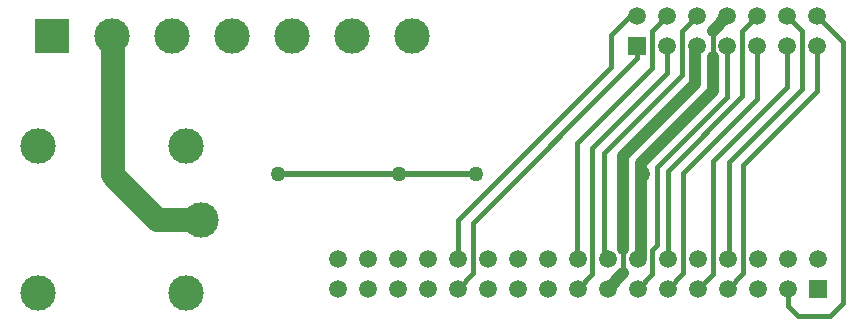
<source format=gbl>
%FSLAX43Y43*%
%MOMM*%
G71*
G01*
G75*
G04 Layer_Physical_Order=2*
%ADD10R,1.800X1.600*%
%ADD11C,1.000*%
%ADD12C,2.000*%
%ADD13C,0.500*%
%ADD14C,3.000*%
%ADD15R,3.000X3.000*%
%ADD16R,1.500X1.500*%
%ADD17C,1.500*%
%ADD18C,1.270*%
%ADD19C,0.400*%
D11*
X-17780Y0D02*
Y20D01*
X-15240Y2540D02*
X-15000Y2780D01*
X-8900Y16700D02*
Y19600D01*
X-10400Y17300D02*
Y20360D01*
X-15000Y10600D02*
X-8900Y16700D01*
X-10400Y20360D02*
X-10220Y20540D01*
X-17800Y0D02*
X-16500Y1300D01*
Y3400D02*
Y11200D01*
X-10400Y17300D01*
X-15000Y9700D02*
X-14800D01*
X-8900Y21860D02*
X-7680Y23080D01*
X-15000Y2780D02*
Y10600D01*
D12*
X-59700Y9600D02*
X-55908Y5808D01*
X-59700Y9600D02*
Y21200D01*
X-55908Y5808D02*
X-52196D01*
D13*
X-45700Y9700D02*
X-28900D01*
D14*
X-49560Y21400D02*
D03*
X-59720D02*
D03*
X-54640D02*
D03*
X-34360D02*
D03*
X-44520D02*
D03*
X-39440D02*
D03*
X-53496Y12108D02*
D03*
X-52196Y5808D02*
D03*
X-65996Y12108D02*
D03*
Y-392D02*
D03*
X-53496D02*
D03*
D15*
X-64800Y21400D02*
D03*
D16*
X-15300Y20540D02*
D03*
X0Y0D02*
D03*
D17*
X-15300Y23080D02*
D03*
X-12760Y20540D02*
D03*
Y23080D02*
D03*
X-10220Y20540D02*
D03*
X-10220Y23080D02*
D03*
X-7680Y20540D02*
D03*
Y23080D02*
D03*
X-5140Y20540D02*
D03*
Y23080D02*
D03*
X-2600Y20540D02*
D03*
Y23080D02*
D03*
X-60Y20540D02*
D03*
Y23080D02*
D03*
X-40640Y2540D02*
D03*
X-40640Y0D02*
D03*
X-38100Y2540D02*
D03*
Y0D02*
D03*
X-35560Y2540D02*
D03*
Y0D02*
D03*
X-33020Y2540D02*
D03*
Y0D02*
D03*
X-30480Y2540D02*
D03*
Y0D02*
D03*
X-27940Y2540D02*
D03*
X-27940Y0D02*
D03*
X-25400Y2540D02*
D03*
Y0D02*
D03*
X-22860Y2540D02*
D03*
Y0D02*
D03*
X-20320Y2540D02*
D03*
Y0D02*
D03*
X-17780Y2540D02*
D03*
Y0D02*
D03*
X-15240Y2540D02*
D03*
Y0D02*
D03*
X-12700Y2540D02*
D03*
Y0D02*
D03*
X-10160Y2540D02*
D03*
Y0D02*
D03*
X-7620Y2540D02*
D03*
Y0D02*
D03*
X-5080Y2540D02*
D03*
X-5080Y0D02*
D03*
X-2540Y2540D02*
D03*
Y0D02*
D03*
X0Y2540D02*
D03*
D18*
X-14800Y9700D02*
D03*
X-28900D02*
D03*
X-45700D02*
D03*
X-35500D02*
D03*
D19*
X2100Y-1200D02*
Y20920D01*
X1000Y-2300D02*
X2100Y-1200D01*
X-1700Y-2300D02*
X1000D01*
X-2540Y-1460D02*
X-1700Y-2300D01*
X-2540Y-1460D02*
Y0D01*
X-60Y23080D02*
X2100Y20920D01*
X-7620Y0D02*
X-6300Y1320D01*
X-60Y16740D02*
Y20540D01*
X-1300Y16900D02*
Y21780D01*
X-2600Y23080D02*
X-1300Y21780D01*
X-7600Y2500D02*
X-7500Y2600D01*
X-10160Y0D02*
X-8900Y1260D01*
X-2600Y17100D02*
Y20540D01*
X-12700Y0D02*
X-11400Y1300D01*
X-5140Y16060D02*
Y20540D01*
X-7500Y2600D02*
Y10700D01*
X-6400Y21820D02*
X-5140Y23080D01*
X-11400Y1300D02*
Y9800D01*
X-12700Y2540D02*
Y10000D01*
X-20400Y0D02*
X-20320D01*
X-19100Y1220D01*
X-14000Y21840D02*
X-12760Y23080D01*
X-29200Y1300D02*
Y5600D01*
X-15300Y19500D02*
Y20540D01*
X-30500Y0D02*
X-29200Y1300D01*
X-17500Y21500D02*
X-15920Y23080D01*
X-15300D01*
Y23100D01*
X-30480Y2540D02*
Y5820D01*
X-17800Y0D02*
X-17790Y10D01*
X-20400Y2500D02*
Y12300D01*
X-17500Y18800D02*
Y21500D01*
X-30480Y5820D02*
X-17500Y18800D01*
X-29200Y5600D02*
X-15300Y19500D01*
X-14000Y18700D02*
Y21840D01*
X-16500Y1300D02*
Y3400D01*
X-6400Y16300D02*
Y21820D01*
X-8900Y19600D02*
Y21860D01*
X-20400Y12300D02*
X-14000Y18700D01*
Y1240D02*
Y3300D01*
X-13600Y3700D02*
Y10300D01*
X-8900Y1260D02*
Y10800D01*
X-6300Y1320D02*
Y10500D01*
X-7500Y10700D02*
X-1300Y16900D01*
X-6300Y10500D02*
X-60Y16740D01*
X-8900Y10800D02*
X-2600Y17100D01*
X-12700Y10000D02*
X-6400Y16300D01*
X-11400Y9800D02*
X-5140Y16060D01*
X-13600Y10300D02*
X-7700Y16200D01*
X-15240Y0D02*
X-14000Y1240D01*
Y3300D02*
X-13600Y3700D01*
X-7680Y20500D02*
Y20540D01*
X-7700Y16200D02*
Y20500D01*
X-12760Y18240D02*
Y20540D01*
X-19100Y1220D02*
Y11900D01*
X-12760Y18240D01*
X-18100Y2860D02*
Y11500D01*
Y2860D02*
X-17780Y2540D01*
X-18100Y11500D02*
X-11500Y18100D01*
Y21800D02*
X-10220Y23080D01*
X-11500Y18100D02*
Y21800D01*
M02*

</source>
